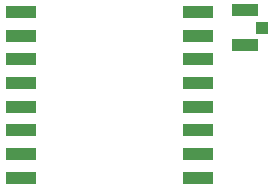
<source format=gbp>
G04 Layer_Color=128*
%FSAX25Y25*%
%MOIN*%
G70*
G01*
G75*
%ADD42R,0.08661X0.04134*%
%ADD43R,0.03937X0.03937*%
%ADD62R,0.09842X0.03937*%
D42*
X0347756Y0195504D02*
D03*
Y0183890D02*
D03*
D43*
X0353661Y0189697D02*
D03*
D62*
X0332402Y0139697D02*
D03*
Y0194815D02*
D03*
Y0186941D02*
D03*
Y0179067D02*
D03*
Y0171193D02*
D03*
X0332402Y0163319D02*
D03*
X0332402Y0155445D02*
D03*
Y0147571D02*
D03*
X0273346Y0186941D02*
D03*
Y0179067D02*
D03*
Y0171193D02*
D03*
Y0163319D02*
D03*
X0273346Y0155445D02*
D03*
X0273346Y0147571D02*
D03*
Y0139697D02*
D03*
X0273346Y0194815D02*
D03*
M02*

</source>
